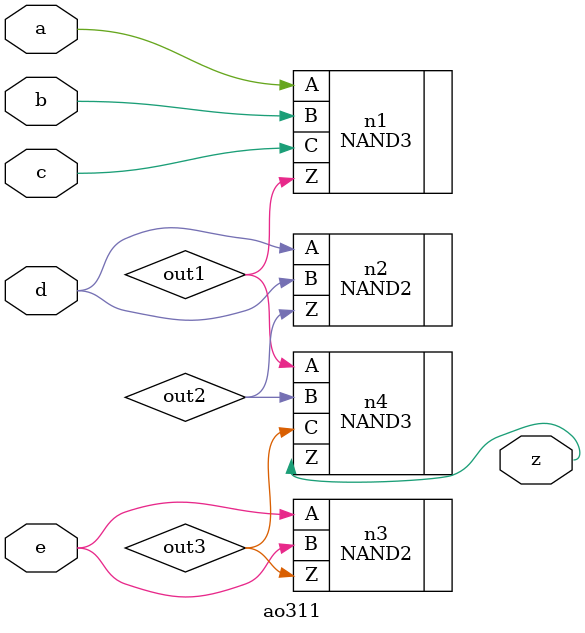
<source format=v>
`timescale 1ns / 1ns

/* cell level model of ao311 */
module ao311 (a,b,c,d,e,z); //listed circuit name
  input a,b,c,d,e; //listed inputs
  output z; //listed outputs
NAND3 n1 (.A(a), .B(b), .C(c), .Z(out1)); //NAND gate with inputs a b and c all outputting out1
NAND2 n2 (.A(d), .B(d), .Z(out2)); //NAND gate 2 with d inputting as inputs 1 and 2, outputting out2
NAND2 n3 (.A(e), .B(e), .Z(out3)); //NAND gate 3 with e inputting as inputs 1 and 2, outputting out3
NAND3 n4 (.A(out1), .B(out2), .C(out3), .Z(z)); //NAND gate 4 inputting the outputs of n1 and n2, outputting to z
endmodule

</source>
